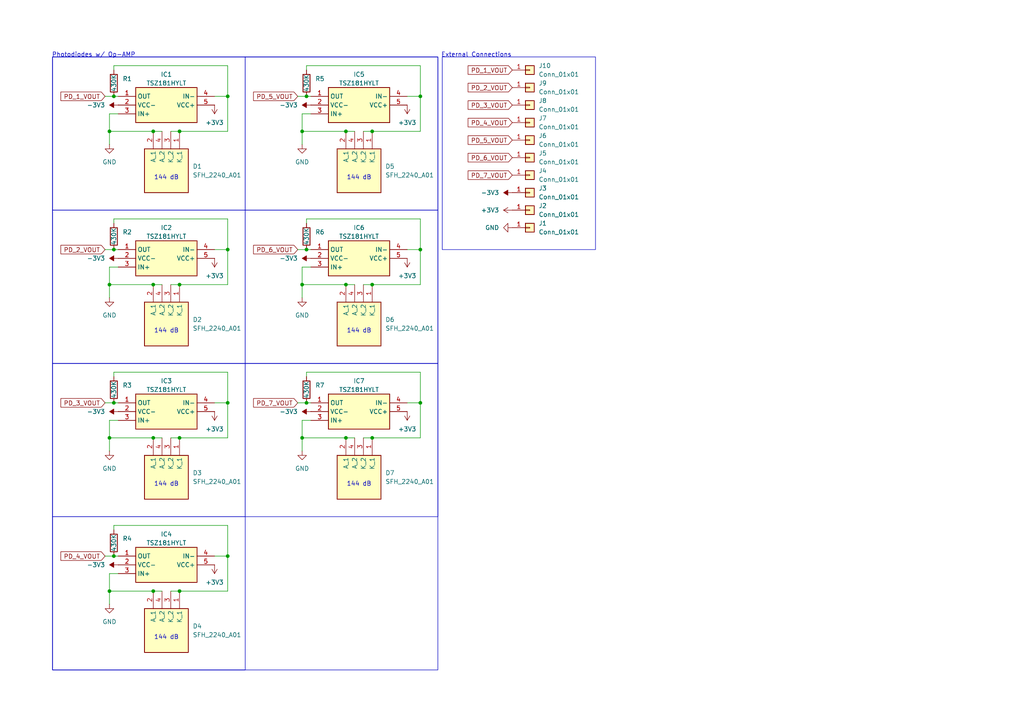
<source format=kicad_sch>
(kicad_sch (version 20231120) (generator "eeschema") (generator_version "8.0")
  (paper "A4")
  (title_block (title "Medford's CubeSat - Sun Sensor Side Panel"))
  (lib_symbols
    (symbol "Connector_Generic:Conn_01x01" (pin_names (offset 1.016) hide)
      (property "Reference" "J" (at 0 2.54 0))
      (property "Value" "Conn_01x01" (at 0 -2.54 0))
      (symbol "Conn_01x01_1_1"
        (rectangle (start -1.27 0.127) (end 0 -0.127) (stroke (width 0.1524)))
        (rectangle (start -1.27 1.27) (end 1.27 -1.27) (stroke (width 0.254)) (fill (type background)))
        (pin passive line (at -5.08 0 0) (length 3.81) (name "Pin_1") (number "1"))
      )
    )
    (symbol "Device:R" (pin_numbers hide) (pin_names (offset 0))
      (property "Reference" "R" (at 2.032 0 90))
      (property "Value" "R" (at 0 0 90))
      (symbol "R_0_1"
        (rectangle (start -1.016 -2.54) (end 1.016 2.54) (stroke (width 0.254)))
      )
      (symbol "R_1_1"
        (pin passive line (at 0 3.81 270) (length 1.27) (name "~") (number "1"))
        (pin passive line (at 0 -3.81 90) (length 1.27) (name "~") (number "2"))
      )
    )
    (symbol "SFH_2240_A01:SFH_2240_A01"
      (property "Reference" "D" (at 19.05 7.62 0))
      (property "Value" "SFH_2240_A01" (at 19.05 5.08 0))
      (symbol "SFH_2240_A01_1_1"
        (rectangle (start 5.08 2.54) (end 17.78 -10.16) (stroke (width 0.254)) (fill (type background)))
        (pin passive line (at 0 0 0) (length 5.08) (name "K_1") (number "1"))
        (pin passive line (at 0 -7.62 0) (length 5.08) (name "A_1") (number "2"))
        (pin passive line (at 0 -2.54 0) (length 5.08) (name "K_2") (number "3"))
        (pin passive line (at 0 -5.08 0) (length 5.08) (name "A_2") (number "4"))
      )
    )
    (symbol "TSZ181HYLT:TSZ181HYLT"
      (property "Reference" "IC" (at 24.13 7.62 0))
      (property "Value" "TSZ181HYLT" (at 24.13 5.08 0))
      (symbol "TSZ181HYLT_1_1"
        (rectangle (start 5.08 2.54) (end 22.86 -7.62) (stroke (width 0.254)) (fill (type background)))
        (pin passive line (at 0 0 0) (length 5.08) (name "OUT") (number "1"))
        (pin passive line (at 0 -2.54 0) (length 5.08) (name "VCC-") (number "2"))
        (pin passive line (at 0 -5.08 0) (length 5.08) (name "IN+") (number "3"))
        (pin passive line (at 27.94 0 180) (length 5.08) (name "IN-") (number "4"))
        (pin passive line (at 27.94 -2.54 180) (length 5.08) (name "VCC+") (number "5"))
      )
    )
    (symbol "power:+3V3" (power) (pin_numbers hide) (pin_names (offset 0) hide)
      (property "Value" "+3V3" (at 0 3.556 0))
      (symbol "+3V3_0_1"
        (polyline (pts (xy -0.762 1.27) (xy 0 2.54)))
        (polyline (pts (xy 0 0) (xy 0 2.54)))
        (polyline (pts (xy 0 2.54) (xy 0.762 1.27)))
      )
      (symbol "+3V3_1_1"
        (pin power_in line (at 0 0 90) (length 0) (name "~") (number "1"))
      )
    )
    (symbol "power:-3V3" (power) (pin_numbers hide) (pin_names (offset 0) hide)
      (property "Value" "-3V3" (at 0 3.556 0))
      (symbol "-3V3_0_0"
        (pin power_in line (at 0 0 90) (length 0) (name "~") (number "1"))
      )
      (symbol "-3V3_0_1"
        (polyline (pts (xy 0 0) (xy 0 1.27) (xy 0.762 1.27) (xy 0 2.54) (xy -0.762 1.27) (xy 0 1.27)) (fill (type outline)))
      )
    )
    (symbol "power:GND" (power) (pin_numbers hide) (pin_names (offset 0) hide)
      (property "Value" "GND" (at 0 -3.81 0))
      (symbol "GND_0_1"
        (polyline (pts (xy 0 0) (xy 0 -1.27) (xy 1.27 -1.27) (xy 0 -2.54) (xy -1.27 -1.27) (xy 0 -1.27)))
      )
      (symbol "GND_1_1"
        (pin power_in line (at 0 0 270) (length 0) (name "~") (number "1"))
      )
    )
  )
  (junction (at 66.04 116.84))
  (junction (at 88.9 72.39))
  (junction (at 88.9 116.84))
  (junction (at 121.92 116.84))
  (junction (at 107.95 38.1))
  (junction (at 66.04 27.94))
  (junction (at 33.02 27.94))
  (junction (at 121.92 27.94))
  (junction (at 31.75 127))
  (junction (at 100.33 38.1))
  (junction (at 31.75 38.1))
  (junction (at 52.07 127))
  (junction (at 87.63 38.1))
  (junction (at 107.95 82.55))
  (junction (at 52.07 38.1))
  (junction (at 33.02 72.39))
  (junction (at 88.9 27.94))
  (junction (at 33.02 116.84))
  (junction (at 44.45 38.1))
  (junction (at 33.02 161.29))
  (junction (at 87.63 127))
  (junction (at 107.95 127))
  (junction (at 31.75 82.55))
  (junction (at 52.07 171.45))
  (junction (at 66.04 72.39))
  (junction (at 52.07 82.55))
  (junction (at 31.75 171.45))
  (junction (at 100.33 127))
  (junction (at 44.45 82.55))
  (junction (at 44.45 127))
  (junction (at 100.33 82.55))
  (junction (at 87.63 82.55))
  (junction (at 121.92 72.39))
  (junction (at 66.04 161.29))
  (junction (at 44.45 171.45))
  (wire (pts (xy 52.07 127) (xy 66.04 127)))
  (wire (pts (xy 31.75 175.26) (xy 31.75 171.45)))
  (wire (pts (xy 121.92 63.5) (xy 88.9 63.5)))
  (wire (pts (xy 87.63 82.55) (xy 87.63 77.47)))
  (wire (pts (xy 31.75 33.02) (xy 34.29 33.02)))
  (wire (pts (xy 52.07 82.55) (xy 49.53 82.55)))
  (wire (pts (xy 66.04 63.5) (xy 33.02 63.5)))
  (wire (pts (xy 121.92 38.1) (xy 121.92 27.94)))
  (wire (pts (xy 66.04 152.4) (xy 33.02 152.4)))
  (wire (pts (xy 66.04 107.95) (xy 33.02 107.95)))
  (wire (pts (xy 66.04 171.45) (xy 66.04 161.29)))
  (wire (pts (xy 66.04 72.39) (xy 66.04 63.5)))
  (wire (pts (xy 121.92 27.94) (xy 118.11 27.94)))
  (wire (pts (xy 31.75 38.1) (xy 31.75 33.02)))
  (wire (pts (xy 87.63 38.1) (xy 100.33 38.1)))
  (wire (pts (xy 30.48 161.29) (xy 33.02 161.29)))
  (wire (pts (xy 52.07 171.45) (xy 66.04 171.45)))
  (wire (pts (xy 100.33 38.1) (xy 102.87 38.1)))
  (wire (pts (xy 31.75 130.81) (xy 31.75 127)))
  (wire (pts (xy 52.07 38.1) (xy 49.53 38.1)))
  (wire (pts (xy 31.75 41.91) (xy 31.75 38.1)))
  (wire (pts (xy 52.07 38.1) (xy 66.04 38.1)))
  (wire (pts (xy 66.04 27.94) (xy 66.04 19.05)))
  (wire (pts (xy 86.36 27.94) (xy 88.9 27.94)))
  (wire (pts (xy 87.63 77.47) (xy 90.17 77.47)))
  (wire (pts (xy 66.04 38.1) (xy 66.04 27.94)))
  (wire (pts (xy 30.48 72.39) (xy 33.02 72.39)))
  (wire (pts (xy 66.04 27.94) (xy 62.23 27.94)))
  (wire (pts (xy 66.04 161.29) (xy 62.23 161.29)))
  (wire (pts (xy 87.63 86.36) (xy 87.63 82.55)))
  (wire (pts (xy 52.07 82.55) (xy 66.04 82.55)))
  (wire (pts (xy 52.07 171.45) (xy 49.53 171.45)))
  (wire (pts (xy 87.63 127) (xy 100.33 127)))
  (wire (pts (xy 44.45 82.55) (xy 46.99 82.55)))
  (wire (pts (xy 88.9 19.05) (xy 88.9 20.32)))
  (wire (pts (xy 66.04 72.39) (xy 62.23 72.39)))
  (wire (pts (xy 87.63 121.92) (xy 90.17 121.92)))
  (wire (pts (xy 33.02 152.4) (xy 33.02 153.67)))
  (wire (pts (xy 31.75 171.45) (xy 44.45 171.45)))
  (wire (pts (xy 86.36 116.84) (xy 88.9 116.84)))
  (wire (pts (xy 87.63 130.81) (xy 87.63 127)))
  (wire (pts (xy 33.02 27.94) (xy 34.29 27.94)))
  (wire (pts (xy 121.92 72.39) (xy 121.92 63.5)))
  (wire (pts (xy 88.9 63.5) (xy 88.9 64.77)))
  (wire (pts (xy 44.45 127) (xy 46.99 127)))
  (wire (pts (xy 44.45 38.1) (xy 46.99 38.1)))
  (wire (pts (xy 33.02 63.5) (xy 33.02 64.77)))
  (wire (pts (xy 107.95 82.55) (xy 105.41 82.55)))
  (wire (pts (xy 33.02 19.05) (xy 33.02 20.32)))
  (wire (pts (xy 30.48 116.84) (xy 33.02 116.84)))
  (wire (pts (xy 87.63 41.91) (xy 87.63 38.1)))
  (wire (pts (xy 31.75 121.92) (xy 34.29 121.92)))
  (wire (pts (xy 121.92 82.55) (xy 121.92 72.39)))
  (wire (pts (xy 107.95 82.55) (xy 121.92 82.55)))
  (wire (pts (xy 31.75 86.36) (xy 31.75 82.55)))
  (wire (pts (xy 31.75 77.47) (xy 34.29 77.47)))
  (wire (pts (xy 52.07 127) (xy 49.53 127)))
  (wire (pts (xy 66.04 19.05) (xy 33.02 19.05)))
  (wire (pts (xy 44.45 171.45) (xy 46.99 171.45)))
  (wire (pts (xy 31.75 82.55) (xy 44.45 82.55)))
  (wire (pts (xy 31.75 38.1) (xy 44.45 38.1)))
  (wire (pts (xy 87.63 38.1) (xy 87.63 33.02)))
  (wire (pts (xy 33.02 72.39) (xy 34.29 72.39)))
  (wire (pts (xy 66.04 116.84) (xy 66.04 107.95)))
  (wire (pts (xy 121.92 72.39) (xy 118.11 72.39)))
  (wire (pts (xy 30.48 27.94) (xy 33.02 27.94)))
  (wire (pts (xy 107.95 127) (xy 105.41 127)))
  (wire (pts (xy 100.33 82.55) (xy 102.87 82.55)))
  (wire (pts (xy 66.04 82.55) (xy 66.04 72.39)))
  (wire (pts (xy 121.92 127) (xy 121.92 116.84)))
  (wire (pts (xy 31.75 171.45) (xy 31.75 166.37)))
  (wire (pts (xy 86.36 72.39) (xy 88.9 72.39)))
  (wire (pts (xy 33.02 107.95) (xy 33.02 109.22)))
  (wire (pts (xy 31.75 82.55) (xy 31.75 77.47)))
  (wire (pts (xy 66.04 161.29) (xy 66.04 152.4)))
  (wire (pts (xy 33.02 116.84) (xy 34.29 116.84)))
  (wire (pts (xy 31.75 127) (xy 31.75 121.92)))
  (wire (pts (xy 88.9 72.39) (xy 90.17 72.39)))
  (wire (pts (xy 121.92 27.94) (xy 121.92 19.05)))
  (wire (pts (xy 121.92 116.84) (xy 118.11 116.84)))
  (wire (pts (xy 121.92 19.05) (xy 88.9 19.05)))
  (wire (pts (xy 88.9 116.84) (xy 90.17 116.84)))
  (wire (pts (xy 87.63 127) (xy 87.63 121.92)))
  (wire (pts (xy 31.75 166.37) (xy 34.29 166.37)))
  (wire (pts (xy 88.9 27.94) (xy 90.17 27.94)))
  (wire (pts (xy 87.63 82.55) (xy 100.33 82.55)))
  (wire (pts (xy 31.75 127) (xy 44.45 127)))
  (wire (pts (xy 107.95 38.1) (xy 105.41 38.1)))
  (wire (pts (xy 33.02 161.29) (xy 34.29 161.29)))
  (wire (pts (xy 88.9 107.95) (xy 88.9 109.22)))
  (wire (pts (xy 121.92 107.95) (xy 88.9 107.95)))
  (wire (pts (xy 121.92 116.84) (xy 121.92 107.95)))
  (wire (pts (xy 107.95 38.1) (xy 121.92 38.1)))
  (wire (pts (xy 107.95 127) (xy 121.92 127)))
  (wire (pts (xy 66.04 127) (xy 66.04 116.84)))
  (wire (pts (xy 87.63 33.02) (xy 90.17 33.02)))
  (wire (pts (xy 66.04 116.84) (xy 62.23 116.84)))
  (wire (pts (xy 100.33 127) (xy 102.87 127)))
  (rectangle (start 15.24 60.96) (end 71.12 105.41))
  (rectangle (start 15.24 105.41) (end 71.12 149.86))
  (rectangle (start 15.24 16.51) (end 127 194.31))
  (rectangle (start 15.24 149.86) (end 71.12 194.31))
  (rectangle (start 128.27 16.51) (end 172.72 72.39))
  (rectangle (start 71.12 60.96) (end 127 105.41))
  (rectangle (start 71.12 16.51) (end 127 60.96))
  (rectangle (start 15.24 16.51) (end 71.12 60.96))
  (rectangle (start 71.12 105.41) (end 127 149.86))
  (text "144 dB" (at 48.26 184.912 0) (effects (font (size 1.27 1.27))))
  (text "144 dB" (at 48.26 51.562 0) (effects (font (size 1.27 1.27))))
  (text "144 dB" (at 104.14 51.562 0) (effects (font (size 1.27 1.27))))
  (text "144 dB" (at 48.26 140.462 0) (effects (font (size 1.27 1.27))))
  (text "144 dB" (at 48.26 96.012 0) (effects (font (size 1.27 1.27))))
  (text "144 dB" (at 104.14 96.012 0) (effects (font (size 1.27 1.27))))
  (text "Photodiodes w/ Op-AMP" (at 27.178 16.002 0) (effects (font (size 1.27 1.27))))
  (text "144 dB" (at 104.14 140.462 0) (effects (font (size 1.27 1.27))))
  (text "External Connections" (at 138.176 16.002 0) (effects (font (size 1.27 1.27))))
  (global_label "PD_4_VOUT" (shape input) (at 148.59 35.56 180) (property "Intersheetrefs" "${INTERSHEET_REFS}" (effects (hide yes))))
  (global_label "PD_5_VOUT" (shape input) (at 86.36 27.94 180) (property "Intersheetrefs" "${INTERSHEET_REFS}" (effects (hide yes))))
  (global_label "PD_2_VOUT" (shape input) (at 30.48 72.39 180) (property "Intersheetrefs" "${INTERSHEET_REFS}" (effects (hide yes))))
  (global_label "PD_2_VOUT" (shape input) (at 148.59 25.4 180) (property "Intersheetrefs" "${INTERSHEET_REFS}" (effects (hide yes))))
  (global_label "PD_4_VOUT" (shape input) (at 30.48 161.29 180) (property "Intersheetrefs" "${INTERSHEET_REFS}" (effects (hide yes))))
  (global_label "PD_3_VOUT" (shape input) (at 30.48 116.84 180) (property "Intersheetrefs" "${INTERSHEET_REFS}" (effects (hide yes))))
  (global_label "PD_3_VOUT" (shape input) (at 148.59 30.48 180) (property "Intersheetrefs" "${INTERSHEET_REFS}" (effects (hide yes))))
  (global_label "PD_7_VOUT" (shape input) (at 86.36 116.84 180) (property "Intersheetrefs" "${INTERSHEET_REFS}" (effects (hide yes))))
  (global_label "PD_6_VOUT" (shape input) (at 148.59 45.72 180) (property "Intersheetrefs" "${INTERSHEET_REFS}" (effects (hide yes))))
  (global_label "PD_7_VOUT" (shape input) (at 148.59 50.8 180) (property "Intersheetrefs" "${INTERSHEET_REFS}" (effects (hide yes))))
  (global_label "PD_1_VOUT" (shape input) (at 148.59 20.32 180) (property "Intersheetrefs" "${INTERSHEET_REFS}" (effects (hide yes))))
  (global_label "PD_1_VOUT" (shape input) (at 30.48 27.94 180) (property "Intersheetrefs" "${INTERSHEET_REFS}" (effects (hide yes))))
  (global_label "PD_5_VOUT" (shape input) (at 148.59 40.64 180) (property "Intersheetrefs" "${INTERSHEET_REFS}" (effects (hide yes))))
  (global_label "PD_6_VOUT" (shape input) (at 86.36 72.39 180) (property "Intersheetrefs" "${INTERSHEET_REFS}" (effects (hide yes))))
  (symbol (lib_id "SFH_2240_A01:SFH_2240_A01") (at 52.07 82.55 270) (unit 1)
    (property "Reference" "D2" (at 55.88 92.7099 90) (effects (justify left)))
    (property "Value" "SFH_2240_A01" (at 55.88 95.2499 90) (effects (justify left)))
    (property "Footprint" "SFH2240A01" (effects (hide yes)))
    (property "Datasheet" "https://dammedia.osram.info/media/resource/hires/osram-dam-23227890/SFH%202240%20A01_EN.pdf" (effects (hide yes)))
    (property "Description" "Photodiode 620nm 120pF 1V 60 2-SMD, No Lead, 2.65 x 2.65 -40~125C" (effects (hide yes)))
    (property "Height" "0.95" (effects (hide yes)))
    (property "Mouser Part Number" "720-SFH2240A01" (effects (hide yes)))
    (property "Mouser Price/Stock" "https://www.mouser.co.uk/ProductDetail/ams-OSRAM/SFH-2240-A01?qs=T%252BzbugeAwjjFSBEKp8QF2A%3D%3D" (effects (hide yes)))
    (property "Manufacturer_Name" "ams OSRAM" (effects (hide yes)))
    (property "Manufacturer_Part_Number" "SFH 2240 A01" (effects (hide yes)))
  )
  (symbol (lib_id "power:GND") (at 148.59 66.04 270) (unit 1)
    (property "Reference" "#PWR024" (effects (hide yes)))
    (property "Value" "GND" (at 144.78 66.0399 90) (effects (justify right)))
    (property "Description" "Power symbol creates a global label with name \"GND\" , ground" (effects (hide yes)))
  )
  (symbol (lib_id "Connector_Generic:Conn_01x01") (at 153.67 66.04 0) (unit 1)
    (property "Reference" "J1" (at 156.21 64.7699 0) (effects (justify left)))
    (property "Value" "Conn_01x01" (at 156.21 67.3099 0) (effects (justify left)))
    (property "Description" "Generic connector, single row, 01x01, script generated (kicad-library-utils/schlib/autogen/connector/)" (effects (hide yes)))
  )
  (symbol (lib_id "Device:R") (at 33.02 157.48 180) (unit 1)
    (property "Reference" "R4" (at 35.56 156.2099 0) (effects (justify right)))
    (property "Value" "430K" (at 33.02 160.02 90) (effects (justify right)))
    (property "Description" "Resistor" (effects (hide yes)))
  )
  (symbol (lib_id "TSZ181HYLT:TSZ181HYLT") (at 34.29 27.94 0) (unit 1)
    (property "Reference" "IC1" (at 48.26 21.59 0))
    (property "Value" "TSZ181HYLT" (at 48.26 24.13 0))
    (property "Footprint" "SOT95P280X145-5N" (effects (hide yes)))
    (property "Datasheet" "https://www.st.com/resource/en/datasheet/tsz181h.pdf" (effects (hide yes)))
    (property "Description" "Automotive-grade, very high accuracy (25 uV), high bandwidth (3 MHz), high temperature (150 &#176;C), zero-drift operational amplifiers" (effects (hide yes)))
    (property "Height" "1.45" (effects (hide yes)))
    (property "Mouser Part Number" "511-TSZ181HYLT" (effects (hide yes)))
    (property "Mouser Price/Stock" "https://www.mouser.co.uk/ProductDetail/STMicroelectronics/TSZ181HYLT?qs=stqOd1AaK7%252BC6f1CL2hGiQ%3D%3D" (effects (hide yes)))
    (property "Manufacturer_Name" "STMicroelectronics" (effects (hide yes)))
    (property "Manufacturer_Part_Number" "TSZ181HYLT" (effects (hide yes)))
  )
  (symbol (lib_id "Connector_Generic:Conn_01x01") (at 153.67 50.8 0) (unit 1)
    (property "Reference" "J4" (at 156.21 49.5299 0) (effects (justify left)))
    (property "Value" "Conn_01x01" (at 156.21 52.0699 0) (effects (justify left)))
    (property "Description" "Generic connector, single row, 01x01, script generated (kicad-library-utils/schlib/autogen/connector/)" (effects (hide yes)))
  )
  (symbol (lib_id "SFH_2240_A01:SFH_2240_A01") (at 52.07 171.45 270) (unit 1)
    (property "Reference" "D4" (at 55.88 181.6099 90) (effects (justify left)))
    (property "Value" "SFH_2240_A01" (at 55.88 184.1499 90) (effects (justify left)))
    (property "Footprint" "SFH2240A01" (effects (hide yes)))
    (property "Datasheet" "https://dammedia.osram.info/media/resource/hires/osram-dam-23227890/SFH%202240%20A01_EN.pdf" (effects (hide yes)))
    (property "Description" "Photodiode 620nm 120pF 1V 60 2-SMD, No Lead, 2.65 x 2.65 -40~125C" (effects (hide yes)))
    (property "Height" "0.95" (effects (hide yes)))
    (property "Mouser Part Number" "720-SFH2240A01" (effects (hide yes)))
    (property "Mouser Price/Stock" "https://www.mouser.co.uk/ProductDetail/ams-OSRAM/SFH-2240-A01?qs=T%252BzbugeAwjjFSBEKp8QF2A%3D%3D" (effects (hide yes)))
    (property "Manufacturer_Name" "ams OSRAM" (effects (hide yes)))
    (property "Manufacturer_Part_Number" "SFH 2240 A01" (effects (hide yes)))
  )
  (symbol (lib_id "power:GND") (at 87.63 130.81 0) (unit 1)
    (property "Reference" "#PWR019" (effects (hide yes)))
    (property "Value" "GND" (at 87.63 135.89 0))
    (property "Description" "Power symbol creates a global label with name \"GND\" , ground" (effects (hide yes)))
  )
  (symbol (lib_id "TSZ181HYLT:TSZ181HYLT") (at 90.17 72.39 0) (unit 1)
    (property "Reference" "IC6" (at 104.14 66.04 0))
    (property "Value" "TSZ181HYLT" (at 104.14 68.58 0))
    (property "Footprint" "SOT95P280X145-5N" (effects (hide yes)))
    (property "Datasheet" "https://www.st.com/resource/en/datasheet/tsz181h.pdf" (effects (hide yes)))
    (property "Description" "Automotive-grade, very high accuracy (25 uV), high bandwidth (3 MHz), high temperature (150 &#176;C), zero-drift operational amplifiers" (effects (hide yes)))
    (property "Height" "1.45" (effects (hide yes)))
    (property "Mouser Part Number" "511-TSZ181HYLT" (effects (hide yes)))
    (property "Mouser Price/Stock" "https://www.mouser.co.uk/ProductDetail/STMicroelectronics/TSZ181HYLT?qs=stqOd1AaK7%252BC6f1CL2hGiQ%3D%3D" (effects (hide yes)))
    (property "Manufacturer_Name" "STMicroelectronics" (effects (hide yes)))
    (property "Manufacturer_Part_Number" "TSZ181HYLT" (effects (hide yes)))
  )
  (symbol (lib_id "TSZ181HYLT:TSZ181HYLT") (at 90.17 27.94 0) (unit 1)
    (property "Reference" "IC5" (at 104.14 21.59 0))
    (property "Value" "TSZ181HYLT" (at 104.14 24.13 0))
    (property "Footprint" "SOT95P280X145-5N" (effects (hide yes)))
    (property "Datasheet" "https://www.st.com/resource/en/datasheet/tsz181h.pdf" (effects (hide yes)))
    (property "Description" "Automotive-grade, very high accuracy (25 uV), high bandwidth (3 MHz), high temperature (150 &#176;C), zero-drift operational amplifiers" (effects (hide yes)))
    (property "Height" "1.45" (effects (hide yes)))
    (property "Mouser Part Number" "511-TSZ181HYLT" (effects (hide yes)))
    (property "Mouser Price/Stock" "https://www.mouser.co.uk/ProductDetail/STMicroelectronics/TSZ181HYLT?qs=stqOd1AaK7%252BC6f1CL2hGiQ%3D%3D" (effects (hide yes)))
    (property "Manufacturer_Name" "STMicroelectronics" (effects (hide yes)))
    (property "Manufacturer_Part_Number" "TSZ181HYLT" (effects (hide yes)))
  )
  (symbol (lib_id "power:-3V3") (at 34.29 119.38 90) (unit 1)
    (property "Reference" "#PWR08" (effects (hide yes)))
    (property "Value" "-3V3" (at 30.48 119.3799 90) (effects (justify left)))
    (property "Description" "Power symbol creates a global label with name \"-3V3\"" (effects (hide yes)))
  )
  (symbol (lib_id "Connector_Generic:Conn_01x01") (at 153.67 40.64 0) (unit 1)
    (property "Reference" "J6" (at 156.21 39.3699 0) (effects (justify left)))
    (property "Value" "Conn_01x01" (at 156.21 41.9099 0) (effects (justify left)))
    (property "Description" "Generic connector, single row, 01x01, script generated (kicad-library-utils/schlib/autogen/connector/)" (effects (hide yes)))
  )
  (symbol (lib_id "power:-3V3") (at 34.29 30.48 90) (unit 1)
    (property "Reference" "#PWR02" (effects (hide yes)))
    (property "Value" "-3V3" (at 30.48 30.4799 90) (effects (justify left)))
    (property "Description" "Power symbol creates a global label with name \"-3V3\"" (effects (hide yes)))
  )
  (symbol (lib_id "Connector_Generic:Conn_01x01") (at 153.67 35.56 0) (unit 1)
    (property "Reference" "J7" (at 156.21 34.2899 0) (effects (justify left)))
    (property "Value" "Conn_01x01" (at 156.21 36.8299 0) (effects (justify left)))
    (property "Description" "Generic connector, single row, 01x01, script generated (kicad-library-utils/schlib/autogen/connector/)" (effects (hide yes)))
  )
  (symbol (lib_id "power:-3V3") (at 90.17 30.48 90) (unit 1)
    (property "Reference" "#PWR014" (effects (hide yes)))
    (property "Value" "-3V3" (at 86.36 30.4799 90) (effects (justify left)))
    (property "Description" "Power symbol creates a global label with name \"-3V3\"" (effects (hide yes)))
  )
  (symbol (lib_id "power:-3V3") (at 34.29 163.83 90) (unit 1)
    (property "Reference" "#PWR011" (effects (hide yes)))
    (property "Value" "-3V3" (at 30.48 163.8299 90) (effects (justify left)))
    (property "Description" "Power symbol creates a global label with name \"-3V3\"" (effects (hide yes)))
  )
  (symbol (lib_id "TSZ181HYLT:TSZ181HYLT") (at 90.17 116.84 0) (unit 1)
    (property "Reference" "IC7" (at 104.14 110.49 0))
    (property "Value" "TSZ181HYLT" (at 104.14 113.03 0))
    (property "Footprint" "SOT95P280X145-5N" (effects (hide yes)))
    (property "Datasheet" "https://www.st.com/resource/en/datasheet/tsz181h.pdf" (effects (hide yes)))
    (property "Description" "Automotive-grade, very high accuracy (25 uV), high bandwidth (3 MHz), high temperature (150 &#176;C), zero-drift operational amplifiers" (effects (hide yes)))
    (property "Height" "1.45" (effects (hide yes)))
    (property "Mouser Part Number" "511-TSZ181HYLT" (effects (hide yes)))
    (property "Mouser Price/Stock" "https://www.mouser.co.uk/ProductDetail/STMicroelectronics/TSZ181HYLT?qs=stqOd1AaK7%252BC6f1CL2hGiQ%3D%3D" (effects (hide yes)))
    (property "Manufacturer_Name" "STMicroelectronics" (effects (hide yes)))
    (property "Manufacturer_Part_Number" "TSZ181HYLT" (effects (hide yes)))
  )
  (symbol (lib_id "Device:R") (at 33.02 113.03 180) (unit 1)
    (property "Reference" "R3" (at 35.56 111.7599 0) (effects (justify right)))
    (property "Value" "430K" (at 33.02 115.57 90) (effects (justify right)))
    (property "Description" "Resistor" (effects (hide yes)))
  )
  (symbol (lib_id "power:+3V3") (at 118.11 119.38 180) (unit 1)
    (property "Reference" "#PWR021" (effects (hide yes)))
    (property "Value" "+3V3" (at 118.11 124.46 0))
    (property "Description" "Power symbol creates a global label with name \"+3V3\"" (effects (hide yes)))
  )
  (symbol (lib_id "Device:R") (at 88.9 68.58 180) (unit 1)
    (property "Reference" "R6" (at 91.44 67.3099 0) (effects (justify right)))
    (property "Value" "430K" (at 88.9 71.12 90) (effects (justify right)))
    (property "Description" "Resistor" (effects (hide yes)))
  )
  (symbol (lib_id "power:GND") (at 31.75 175.26 0) (unit 1)
    (property "Reference" "#PWR010" (effects (hide yes)))
    (property "Value" "GND" (at 31.75 180.34 0))
    (property "Description" "Power symbol creates a global label with name \"GND\" , ground" (effects (hide yes)))
  )
  (symbol (lib_id "power:+3V3") (at 62.23 74.93 180) (unit 1)
    (property "Reference" "#PWR06" (effects (hide yes)))
    (property "Value" "+3V3" (at 62.23 80.01 0))
    (property "Description" "Power symbol creates a global label with name \"+3V3\"" (effects (hide yes)))
  )
  (symbol (lib_id "power:-3V3") (at 90.17 74.93 90) (unit 1)
    (property "Reference" "#PWR017" (effects (hide yes)))
    (property "Value" "-3V3" (at 86.36 74.9299 90) (effects (justify left)))
    (property "Description" "Power symbol creates a global label with name \"-3V3\"" (effects (hide yes)))
  )
  (symbol (lib_id "SFH_2240_A01:SFH_2240_A01") (at 107.95 127 270) (unit 1)
    (property "Reference" "D7" (at 111.76 137.1599 90) (effects (justify left)))
    (property "Value" "SFH_2240_A01" (at 111.76 139.6999 90) (effects (justify left)))
    (property "Footprint" "SFH2240A01" (effects (hide yes)))
    (property "Datasheet" "https://dammedia.osram.info/media/resource/hires/osram-dam-23227890/SFH%202240%20A01_EN.pdf" (effects (hide yes)))
    (property "Description" "Photodiode 620nm 120pF 1V 60 2-SMD, No Lead, 2.65 x 2.65 -40~125C" (effects (hide yes)))
    (property "Height" "0.95" (effects (hide yes)))
    (property "Mouser Part Number" "720-SFH2240A01" (effects (hide yes)))
    (property "Mouser Price/Stock" "https://www.mouser.co.uk/ProductDetail/ams-OSRAM/SFH-2240-A01?qs=T%252BzbugeAwjjFSBEKp8QF2A%3D%3D" (effects (hide yes)))
    (property "Manufacturer_Name" "ams OSRAM" (effects (hide yes)))
    (property "Manufacturer_Part_Number" "SFH 2240 A01" (effects (hide yes)))
  )
  (symbol (lib_id "power:GND") (at 31.75 41.91 0) (unit 1)
    (property "Reference" "#PWR01" (effects (hide yes)))
    (property "Value" "GND" (at 31.75 46.99 0))
    (property "Description" "Power symbol creates a global label with name \"GND\" , ground" (effects (hide yes)))
  )
  (symbol (lib_id "Device:R") (at 33.02 68.58 180) (unit 1)
    (property "Reference" "R2" (at 35.56 67.3099 0) (effects (justify right)))
    (property "Value" "430K" (at 33.02 71.12 90) (effects (justify right)))
    (property "Description" "Resistor" (effects (hide yes)))
  )
  (symbol (lib_id "Connector_Generic:Conn_01x01") (at 153.67 25.4 0) (unit 1)
    (property "Reference" "J9" (at 156.21 24.1299 0) (effects (justify left)))
    (property "Value" "Conn_01x01" (at 156.21 26.6699 0) (effects (justify left)))
    (property "Description" "Generic connector, single row, 01x01, script generated (kicad-library-utils/schlib/autogen/connector/)" (effects (hide yes)))
  )
  (symbol (lib_id "power:+3V3") (at 118.11 74.93 180) (unit 1)
    (property "Reference" "#PWR018" (effects (hide yes)))
    (property "Value" "+3V3" (at 118.11 80.01 0))
    (property "Description" "Power symbol creates a global label with name \"+3V3\"" (effects (hide yes)))
  )
  (symbol (lib_id "Connector_Generic:Conn_01x01") (at 153.67 45.72 0) (unit 1)
    (property "Reference" "J5" (at 156.21 44.4499 0) (effects (justify left)))
    (property "Value" "Conn_01x01" (at 156.21 46.9899 0) (effects (justify left)))
    (property "Description" "Generic connector, single row, 01x01, script generated (kicad-library-utils/schlib/autogen/connector/)" (effects (hide yes)))
  )
  (symbol (lib_id "power:+3V3") (at 118.11 30.48 180) (unit 1)
    (property "Reference" "#PWR015" (effects (hide yes)))
    (property "Value" "+3V3" (at 118.11 35.56 0))
    (property "Description" "Power symbol creates a global label with name \"+3V3\"" (effects (hide yes)))
  )
  (symbol (lib_id "power:GND") (at 87.63 86.36 0) (unit 1)
    (property "Reference" "#PWR016" (effects (hide yes)))
    (property "Value" "GND" (at 87.63 91.44 0))
    (property "Description" "Power symbol creates a global label with name \"GND\" , ground" (effects (hide yes)))
  )
  (symbol (lib_id "power:-3V3") (at 90.17 119.38 90) (unit 1)
    (property "Reference" "#PWR020" (effects (hide yes)))
    (property "Value" "-3V3" (at 86.36 119.3799 90) (effects (justify left)))
    (property "Description" "Power symbol creates a global label with name \"-3V3\"" (effects (hide yes)))
  )
  (symbol (lib_id "TSZ181HYLT:TSZ181HYLT") (at 34.29 161.29 0) (unit 1)
    (property "Reference" "IC4" (at 48.26 154.94 0))
    (property "Value" "TSZ181HYLT" (at 48.26 157.48 0))
    (property "Footprint" "SOT95P280X145-5N" (effects (hide yes)))
    (property "Datasheet" "https://www.st.com/resource/en/datasheet/tsz181h.pdf" (effects (hide yes)))
    (property "Description" "Automotive-grade, very high accuracy (25 uV), high bandwidth (3 MHz), high temperature (150 &#176;C), zero-drift operational amplifiers" (effects (hide yes)))
    (property "Height" "1.45" (effects (hide yes)))
    (property "Mouser Part Number" "511-TSZ181HYLT" (effects (hide yes)))
    (property "Mouser Price/Stock" "https://www.mouser.co.uk/ProductDetail/STMicroelectronics/TSZ181HYLT?qs=stqOd1AaK7%252BC6f1CL2hGiQ%3D%3D" (effects (hide yes)))
    (property "Manufacturer_Name" "STMicroelectronics" (effects (hide yes)))
    (property "Manufacturer_Part_Number" "TSZ181HYLT" (effects (hide yes)))
  )
  (symbol (lib_id "Device:R") (at 88.9 113.03 180) (unit 1)
    (property "Reference" "R7" (at 91.44 111.7599 0) (effects (justify right)))
    (property "Value" "430K" (at 88.9 115.57 90) (effects (justify right)))
    (property "Description" "Resistor" (effects (hide yes)))
  )
  (symbol (lib_id "Connector_Generic:Conn_01x01") (at 153.67 20.32 0) (unit 1)
    (property "Reference" "J10" (at 156.21 19.0499 0) (effects (justify left)))
    (property "Value" "Conn_01x01" (at 156.21 21.5899 0) (effects (justify left)))
    (property "Description" "Generic connector, single row, 01x01, script generated (kicad-library-utils/schlib/autogen/connector/)" (effects (hide yes)))
  )
  (symbol (lib_id "Connector_Generic:Conn_01x01") (at 153.67 30.48 0) (unit 1)
    (property "Reference" "J8" (at 156.21 29.2099 0) (effects (justify left)))
    (property "Value" "Conn_01x01" (at 156.21 31.7499 0) (effects (justify left)))
    (property "Description" "Generic connector, single row, 01x01, script generated (kicad-library-utils/schlib/autogen/connector/)" (effects (hide yes)))
  )
  (symbol (lib_id "TSZ181HYLT:TSZ181HYLT") (at 34.29 72.39 0) (unit 1)
    (property "Reference" "IC2" (at 48.26 66.04 0))
    (property "Value" "TSZ181HYLT" (at 48.26 68.58 0))
    (property "Footprint" "SOT95P280X145-5N" (effects (hide yes)))
    (property "Datasheet" "https://www.st.com/resource/en/datasheet/tsz181h.pdf" (effects (hide yes)))
    (property "Description" "Automotive-grade, very high accuracy (25 uV), high bandwidth (3 MHz), high temperature (150 &#176;C), zero-drift operational amplifiers" (effects (hide yes)))
    (property "Height" "1.45" (effects (hide yes)))
    (property "Mouser Part Number" "511-TSZ181HYLT" (effects (hide yes)))
    (property "Mouser Price/Stock" "https://www.mouser.co.uk/ProductDetail/STMicroelectronics/TSZ181HYLT?qs=stqOd1AaK7%252BC6f1CL2hGiQ%3D%3D" (effects (hide yes)))
    (property "Manufacturer_Name" "STMicroelectronics" (effects (hide yes)))
    (property "Manufacturer_Part_Number" "TSZ181HYLT" (effects (hide yes)))
  )
  (symbol (lib_id "Device:R") (at 88.9 24.13 180) (unit 1)
    (property "Reference" "R5" (at 91.44 22.8599 0) (effects (justify right)))
    (property "Value" "430K" (at 88.9 26.67 90) (effects (justify right)))
    (property "Description" "Resistor" (effects (hide yes)))
  )
  (symbol (lib_id "TSZ181HYLT:TSZ181HYLT") (at 34.29 116.84 0) (unit 1)
    (property "Reference" "IC3" (at 48.26 110.49 0))
    (property "Value" "TSZ181HYLT" (at 48.26 113.03 0))
    (property "Footprint" "SOT95P280X145-5N" (effects (hide yes)))
    (property "Datasheet" "https://www.st.com/resource/en/datasheet/tsz181h.pdf" (effects (hide yes)))
    (property "Description" "Automotive-grade, very high accuracy (25 uV), high bandwidth (3 MHz), high temperature (150 &#176;C), zero-drift operational amplifiers" (effects (hide yes)))
    (property "Height" "1.45" (effects (hide yes)))
    (property "Mouser Part Number" "511-TSZ181HYLT" (effects (hide yes)))
    (property "Mouser Price/Stock" "https://www.mouser.co.uk/ProductDetail/STMicroelectronics/TSZ181HYLT?qs=stqOd1AaK7%252BC6f1CL2hGiQ%3D%3D" (effects (hide yes)))
    (property "Manufacturer_Name" "STMicroelectronics" (effects (hide yes)))
    (property "Manufacturer_Part_Number" "TSZ181HYLT" (effects (hide yes)))
  )
  (symbol (lib_id "power:+3V3") (at 62.23 119.38 180) (unit 1)
    (property "Reference" "#PWR09" (effects (hide yes)))
    (property "Value" "+3V3" (at 62.23 124.46 0))
    (property "Description" "Power symbol creates a global label with name \"+3V3\"" (effects (hide yes)))
  )
  (symbol (lib_id "power:+3V3") (at 148.59 60.96 90) (unit 1)
    (property "Reference" "#PWR023" (effects (hide yes)))
    (property "Value" "+3V3" (at 144.78 60.9599 90) (effects (justify left)))
    (property "Description" "Power symbol creates a global label with name \"+3V3\"" (effects (hide yes)))
  )
  (symbol (lib_id "SFH_2240_A01:SFH_2240_A01") (at 107.95 82.55 270) (unit 1)
    (property "Reference" "D6" (at 111.76 92.7099 90) (effects (justify left)))
    (property "Value" "SFH_2240_A01" (at 111.76 95.2499 90) (effects (justify left)))
    (property "Footprint" "SFH2240A01" (effects (hide yes)))
    (property "Datasheet" "https://dammedia.osram.info/media/resource/hires/osram-dam-23227890/SFH%202240%20A01_EN.pdf" (effects (hide yes)))
    (property "Description" "Photodiode 620nm 120pF 1V 60 2-SMD, No Lead, 2.65 x 2.65 -40~125C" (effects (hide yes)))
    (property "Height" "0.95" (effects (hide yes)))
    (property "Mouser Part Number" "720-SFH2240A01" (effects (hide yes)))
    (property "Mouser Price/Stock" "https://www.mouser.co.uk/ProductDetail/ams-OSRAM/SFH-2240-A01?qs=T%252BzbugeAwjjFSBEKp8QF2A%3D%3D" (effects (hide yes)))
    (property "Manufacturer_Name" "ams OSRAM" (effects (hide yes)))
    (property "Manufacturer_Part_Number" "SFH 2240 A01" (effects (hide yes)))
  )
  (symbol (lib_id "SFH_2240_A01:SFH_2240_A01") (at 52.07 38.1 270) (unit 1)
    (property "Reference" "D1" (at 55.88 48.2599 90) (effects (justify left)))
    (property "Value" "SFH_2240_A01" (at 55.88 50.7999 90) (effects (justify left)))
    (property "Footprint" "SFH2240A01" (effects (hide yes)))
    (property "Datasheet" "https://dammedia.osram.info/media/resource/hires/osram-dam-23227890/SFH%202240%20A01_EN.pdf" (effects (hide yes)))
    (property "Description" "Photodiode 620nm 120pF 1V 60 2-SMD, No Lead, 2.65 x 2.65 -40~125C" (effects (hide yes)))
    (property "Height" "0.95" (effects (hide yes)))
    (property "Mouser Part Number" "720-SFH2240A01" (effects (hide yes)))
    (property "Mouser Price/Stock" "https://www.mouser.co.uk/ProductDetail/ams-OSRAM/SFH-2240-A01?qs=T%252BzbugeAwjjFSBEKp8QF2A%3D%3D" (effects (hide yes)))
    (property "Manufacturer_Name" "ams OSRAM" (effects (hide yes)))
    (property "Manufacturer_Part_Number" "SFH 2240 A01" (effects (hide yes)))
  )
  (symbol (lib_id "SFH_2240_A01:SFH_2240_A01") (at 52.07 127 270) (unit 1)
    (property "Reference" "D3" (at 55.88 137.1599 90) (effects (justify left)))
    (property "Value" "SFH_2240_A01" (at 55.88 139.6999 90) (effects (justify left)))
    (property "Footprint" "SFH2240A01" (effects (hide yes)))
    (property "Datasheet" "https://dammedia.osram.info/media/resource/hires/osram-dam-23227890/SFH%202240%20A01_EN.pdf" (effects (hide yes)))
    (property "Description" "Photodiode 620nm 120pF 1V 60 2-SMD, No Lead, 2.65 x 2.65 -40~125C" (effects (hide yes)))
    (property "Height" "0.95" (effects (hide yes)))
    (property "Mouser Part Number" "720-SFH2240A01" (effects (hide yes)))
    (property "Mouser Price/Stock" "https://www.mouser.co.uk/ProductDetail/ams-OSRAM/SFH-2240-A01?qs=T%252BzbugeAwjjFSBEKp8QF2A%3D%3D" (effects (hide yes)))
    (property "Manufacturer_Name" "ams OSRAM" (effects (hide yes)))
    (property "Manufacturer_Part_Number" "SFH 2240 A01" (effects (hide yes)))
  )
  (symbol (lib_id "power:-3V3") (at 148.59 55.88 90) (unit 1)
    (property "Reference" "#PWR022" (effects (hide yes)))
    (property "Value" "-3V3" (at 144.78 55.8799 90) (effects (justify left)))
    (property "Description" "Power symbol creates a global label with name \"-3V3\"" (effects (hide yes)))
  )
  (symbol (lib_id "Device:R") (at 33.02 24.13 180) (unit 1)
    (property "Reference" "R1" (at 35.56 22.8599 0) (effects (justify right)))
    (property "Value" "430K" (at 33.02 26.67 90) (effects (justify right)))
    (property "Description" "Resistor" (effects (hide yes)))
  )
  (symbol (lib_id "Connector_Generic:Conn_01x01") (at 153.67 55.88 0) (unit 1)
    (property "Reference" "J3" (at 156.21 54.6099 0) (effects (justify left)))
    (property "Value" "Conn_01x01" (at 156.21 57.1499 0) (effects (justify left)))
    (property "Description" "Generic connector, single row, 01x01, script generated (kicad-library-utils/schlib/autogen/connector/)" (effects (hide yes)))
  )
  (symbol (lib_id "power:GND") (at 87.63 41.91 0) (unit 1)
    (property "Reference" "#PWR013" (effects (hide yes)))
    (property "Value" "GND" (at 87.63 46.99 0))
    (property "Description" "Power symbol creates a global label with name \"GND\" , ground" (effects (hide yes)))
  )
  (symbol (lib_id "power:+3V3") (at 62.23 163.83 180) (unit 1)
    (property "Reference" "#PWR012" (effects (hide yes)))
    (property "Value" "+3V3" (at 62.23 168.91 0))
    (property "Description" "Power symbol creates a global label with name \"+3V3\"" (effects (hide yes)))
  )
  (symbol (lib_id "power:GND") (at 31.75 86.36 0) (unit 1)
    (property "Reference" "#PWR04" (effects (hide yes)))
    (property "Value" "GND" (at 31.75 91.44 0))
    (property "Description" "Power symbol creates a global label with name \"GND\" , ground" (effects (hide yes)))
  )
  (symbol (lib_id "power:GND") (at 31.75 130.81 0) (unit 1)
    (property "Reference" "#PWR07" (effects (hide yes)))
    (property "Value" "GND" (at 31.75 135.89 0))
    (property "Description" "Power symbol creates a global label with name \"GND\" , ground" (effects (hide yes)))
  )
  (symbol (lib_id "power:-3V3") (at 34.29 74.93 90) (unit 1)
    (property "Reference" "#PWR05" (effects (hide yes)))
    (property "Value" "-3V3" (at 30.48 74.9299 90) (effects (justify left)))
    (property "Description" "Power symbol creates a global label with name \"-3V3\"" (effects (hide yes)))
  )
  (symbol (lib_id "power:+3V3") (at 62.23 30.48 180) (unit 1)
    (property "Reference" "#PWR03" (effects (hide yes)))
    (property "Value" "+3V3" (at 62.23 35.56 0))
    (property "Description" "Power symbol creates a global label with name \"+3V3\"" (effects (hide yes)))
  )
  (symbol (lib_id "SFH_2240_A01:SFH_2240_A01") (at 107.95 38.1 270) (unit 1)
    (property "Reference" "D5" (at 111.76 48.2599 90) (effects (justify left)))
    (property "Value" "SFH_2240_A01" (at 111.76 50.7999 90) (effects (justify left)))
    (property "Footprint" "SFH2240A01" (effects (hide yes)))
    (property "Datasheet" "https://dammedia.osram.info/media/resource/hires/osram-dam-23227890/SFH%202240%20A01_EN.pdf" (effects (hide yes)))
    (property "Description" "Photodiode 620nm 120pF 1V 60 2-SMD, No Lead, 2.65 x 2.65 -40~125C" (effects (hide yes)))
    (property "Height" "0.95" (effects (hide yes)))
    (property "Mouser Part Number" "720-SFH2240A01" (effects (hide yes)))
    (property "Mouser Price/Stock" "https://www.mouser.co.uk/ProductDetail/ams-OSRAM/SFH-2240-A01?qs=T%252BzbugeAwjjFSBEKp8QF2A%3D%3D" (effects (hide yes)))
    (property "Manufacturer_Name" "ams OSRAM" (effects (hide yes)))
    (property "Manufacturer_Part_Number" "SFH 2240 A01" (effects (hide yes)))
  )
  (symbol (lib_id "Connector_Generic:Conn_01x01") (at 153.67 60.96 0) (unit 1)
    (property "Reference" "J2" (at 156.21 59.6899 0) (effects (justify left)))
    (property "Value" "Conn_01x01" (at 156.21 62.2299 0) (effects (justify left)))
    (property "Description" "Generic connector, single row, 01x01, script generated (kicad-library-utils/schlib/autogen/connector/)" (effects (hide yes)))
  )
)
</source>
